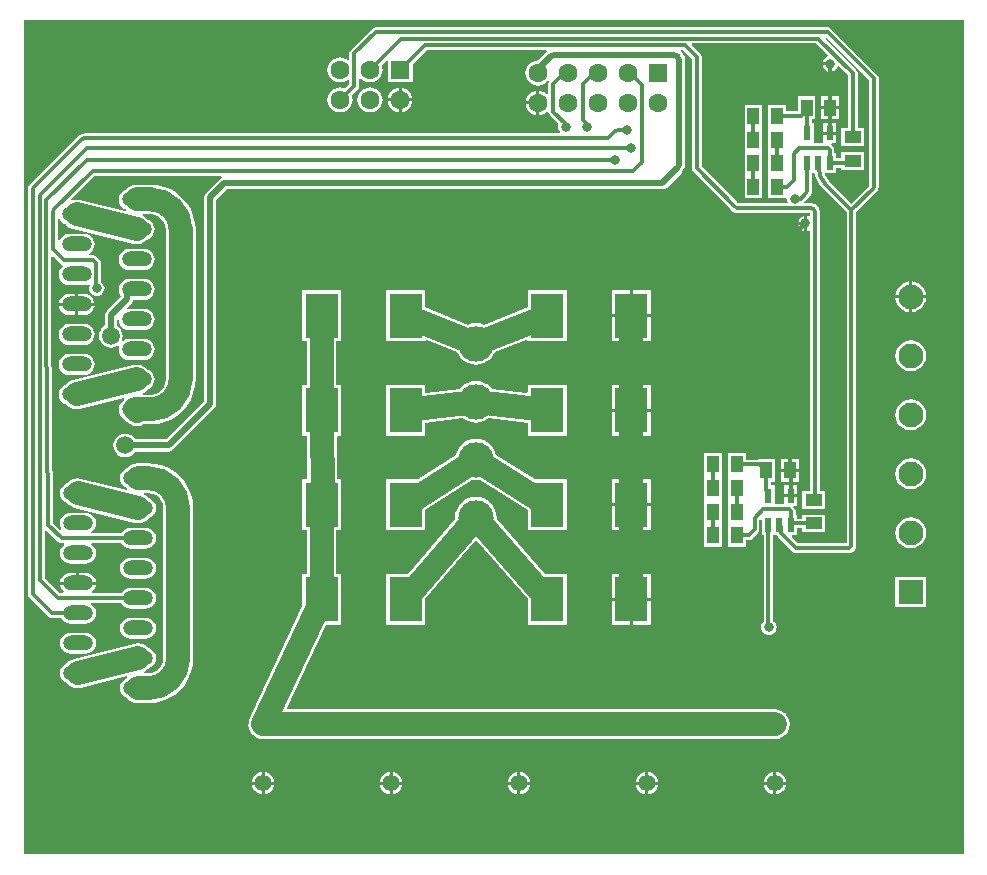
<source format=gbl>
G04*
G04 #@! TF.GenerationSoftware,Altium Limited,Altium Designer,20.0.13 (296)*
G04*
G04 Layer_Physical_Order=2*
G04 Layer_Color=16711680*
%FSLAX44Y44*%
%MOMM*%
G71*
G01*
G75*
%ADD15R,1.4000X1.0000*%
%ADD30C,2.0000*%
%ADD31C,0.3000*%
%ADD32C,0.5000*%
%ADD33O,2.5400X1.2700*%
%ADD34R,1.4000X1.4000*%
%ADD35C,1.4000*%
%ADD36C,1.6050*%
%ADD37R,1.6050X1.6050*%
%ADD38R,2.1000X2.1000*%
%ADD39C,2.1000*%
%ADD40C,0.8000*%
%ADD41C,1.5000*%
%ADD42C,3.0000*%
%ADD43C,4.0000*%
%ADD44R,2.7940X3.8100*%
%ADD45R,1.0000X1.4000*%
%ADD46R,0.5900X1.2100*%
G36*
X1050000Y254000D02*
X254000D01*
Y960000D01*
X1050000D01*
Y254000D01*
D02*
G37*
%LPC*%
G36*
X574070Y903089D02*
Y893870D01*
X583289D01*
X583093Y895358D01*
X582029Y897928D01*
X580335Y900135D01*
X578128Y901829D01*
X575558Y902893D01*
X574070Y903089D01*
D02*
G37*
G36*
X571530Y903089D02*
X570042Y902893D01*
X567472Y901829D01*
X565265Y900135D01*
X563572Y897928D01*
X562507Y895358D01*
X562311Y893870D01*
X571530D01*
Y903089D01*
D02*
G37*
G36*
X688330Y900489D02*
X686842Y900293D01*
X684272Y899229D01*
X682065Y897535D01*
X680371Y895328D01*
X679307Y892758D01*
X679111Y891270D01*
X688330D01*
Y900489D01*
D02*
G37*
G36*
X571530Y891330D02*
X562311D01*
X562507Y889842D01*
X563572Y887272D01*
X565265Y885065D01*
X567472Y883372D01*
X570042Y882307D01*
X571530Y882111D01*
Y891330D01*
D02*
G37*
G36*
X583289D02*
X574070D01*
Y882111D01*
X575558Y882307D01*
X578128Y883372D01*
X580335Y885065D01*
X582029Y887272D01*
X583093Y889842D01*
X583289Y891330D01*
D02*
G37*
G36*
X547400Y903256D02*
X544642Y902893D01*
X542072Y901829D01*
X539865Y900135D01*
X538172Y897928D01*
X537107Y895358D01*
X536744Y892600D01*
X537107Y889842D01*
X538172Y887272D01*
X539865Y885065D01*
X542072Y883372D01*
X544642Y882307D01*
X547400Y881944D01*
X550158Y882307D01*
X552728Y883372D01*
X554935Y885065D01*
X556628Y887272D01*
X557693Y889842D01*
X558056Y892600D01*
X557693Y895358D01*
X556628Y897928D01*
X554935Y900135D01*
X552728Y901829D01*
X550158Y902893D01*
X547400Y903256D01*
D02*
G37*
G36*
X688330Y888730D02*
X679111D01*
X679307Y887242D01*
X680371Y884672D01*
X682065Y882465D01*
X684272Y880771D01*
X686842Y879707D01*
X688330Y879511D01*
Y888730D01*
D02*
G37*
G36*
X914730Y794429D02*
X914293Y794372D01*
X912702Y793713D01*
X911336Y792664D01*
X910287Y791298D01*
X909628Y789707D01*
X909571Y789270D01*
X914730D01*
Y794429D01*
D02*
G37*
G36*
Y786730D02*
X909571D01*
X909628Y786293D01*
X910287Y784702D01*
X911336Y783336D01*
X912702Y782287D01*
X914293Y781628D01*
X914730Y781571D01*
Y786730D01*
D02*
G37*
G36*
X356150Y766467D02*
X343450D01*
X341129Y766161D01*
X338967Y765265D01*
X337110Y763840D01*
X335685Y761983D01*
X334789Y759821D01*
X334483Y757500D01*
X334789Y755179D01*
X335685Y753017D01*
X337110Y751160D01*
X338967Y749735D01*
X341129Y748839D01*
X343450Y748533D01*
X356150D01*
X358471Y748839D01*
X360633Y749735D01*
X362490Y751160D01*
X363915Y753017D01*
X364811Y755179D01*
X365117Y757500D01*
X364811Y759821D01*
X363915Y761983D01*
X362490Y763840D01*
X360633Y765265D01*
X358471Y766161D01*
X356150Y766467D01*
D02*
G37*
G36*
X1006270Y738985D02*
Y727270D01*
X1017985D01*
X1017704Y729404D01*
X1016390Y732576D01*
X1014300Y735300D01*
X1011576Y737390D01*
X1008404Y738704D01*
X1006270Y738985D01*
D02*
G37*
G36*
X1003730Y738985D02*
X1001596Y738704D01*
X998424Y737390D01*
X995700Y735300D01*
X993610Y732576D01*
X992296Y729404D01*
X992015Y727270D01*
X1003730D01*
Y738985D01*
D02*
G37*
G36*
X305350Y728367D02*
X300270D01*
Y720670D01*
X314149D01*
X314011Y721721D01*
X313115Y723883D01*
X311690Y725740D01*
X309833Y727165D01*
X307671Y728061D01*
X305350Y728367D01*
D02*
G37*
G36*
X297730D02*
X292650D01*
X290329Y728061D01*
X288167Y727165D01*
X286310Y725740D01*
X284885Y723883D01*
X283989Y721721D01*
X283850Y720670D01*
X297730D01*
Y728367D01*
D02*
G37*
G36*
X1003730Y724730D02*
X992015D01*
X992296Y722596D01*
X993610Y719424D01*
X995700Y716700D01*
X998424Y714610D01*
X1001596Y713296D01*
X1003730Y713015D01*
Y724730D01*
D02*
G37*
G36*
X1017985D02*
X1006270D01*
Y713015D01*
X1008404Y713296D01*
X1011576Y714610D01*
X1014300Y716700D01*
X1016390Y719424D01*
X1017704Y722596D01*
X1017985Y724730D01*
D02*
G37*
G36*
X785195Y731590D02*
X769955D01*
Y711270D01*
X785195D01*
Y731590D01*
D02*
G37*
G36*
X767415D02*
X752175D01*
Y711270D01*
X767415D01*
Y731590D01*
D02*
G37*
G36*
X314149Y718130D02*
X300270D01*
Y710433D01*
X305350D01*
X307671Y710739D01*
X309833Y711635D01*
X311690Y713060D01*
X313115Y714917D01*
X314011Y717079D01*
X314149Y718130D01*
D02*
G37*
G36*
X297730D02*
X283850D01*
X283989Y717079D01*
X284885Y714917D01*
X286310Y713060D01*
X288167Y711635D01*
X290329Y710739D01*
X292650Y710433D01*
X297730D01*
Y718130D01*
D02*
G37*
G36*
X713825Y731590D02*
X680805D01*
Y717043D01*
X643726Y702289D01*
X640438Y703286D01*
X637000Y703625D01*
X633562Y703286D01*
X630383Y702322D01*
X594195Y716964D01*
Y731590D01*
X561175D01*
Y688410D01*
X594195D01*
Y688539D01*
X595248Y689249D01*
X620929Y678858D01*
X622346Y676208D01*
X624537Y673537D01*
X627208Y671346D01*
X630255Y669717D01*
X633562Y668714D01*
X637000Y668375D01*
X640438Y668714D01*
X643745Y669717D01*
X646792Y671346D01*
X649463Y673537D01*
X651655Y676208D01*
X653019Y678762D01*
X679754Y689399D01*
X680805Y688687D01*
Y688410D01*
X713825D01*
Y731590D01*
D02*
G37*
G36*
X356150Y741067D02*
X343450D01*
X341129Y740761D01*
X338967Y739865D01*
X337110Y738440D01*
X335685Y736583D01*
X334789Y734421D01*
X334483Y732100D01*
X334789Y729779D01*
X335685Y727617D01*
X336711Y726279D01*
X324366Y713934D01*
X323252Y712266D01*
X322861Y710300D01*
Y701712D01*
X320839Y700161D01*
X319230Y698063D01*
X318218Y695621D01*
X317873Y693000D01*
X318218Y690379D01*
X319230Y687937D01*
X320839Y685839D01*
X322937Y684230D01*
X325379Y683218D01*
X328000Y682873D01*
X330621Y683218D01*
X333063Y684230D01*
X333948Y684909D01*
X334991Y684108D01*
X334789Y683621D01*
X334483Y681300D01*
X334789Y678979D01*
X335685Y676817D01*
X337110Y674960D01*
X338967Y673535D01*
X341129Y672639D01*
X343450Y672333D01*
X356150D01*
X358471Y672639D01*
X360633Y673535D01*
X362490Y674960D01*
X363915Y676817D01*
X364811Y678979D01*
X365117Y681300D01*
X364811Y683621D01*
X363915Y685783D01*
X362490Y687640D01*
X360633Y689065D01*
X358471Y689961D01*
X356150Y690267D01*
X343450D01*
X341129Y689961D01*
X338967Y689065D01*
X338447Y688667D01*
X337404Y689467D01*
X337782Y690379D01*
X338127Y693000D01*
X337782Y695621D01*
X336770Y698063D01*
X335161Y700161D01*
X333139Y701712D01*
Y707198D01*
X333279Y707285D01*
X334064Y706904D01*
X334503Y706551D01*
X334789Y704379D01*
X335685Y702217D01*
X337110Y700360D01*
X338967Y698935D01*
X341129Y698039D01*
X343450Y697733D01*
X356150D01*
X358471Y698039D01*
X360633Y698935D01*
X362490Y700360D01*
X363915Y702217D01*
X364811Y704379D01*
X365117Y706700D01*
X364811Y709021D01*
X363915Y711183D01*
X362490Y713040D01*
X360633Y714465D01*
X358471Y715361D01*
X356150Y715667D01*
X343450D01*
X342275Y715512D01*
X341682Y716715D01*
X345610Y720643D01*
X346724Y722310D01*
X346888Y723133D01*
X356150D01*
X358471Y723439D01*
X360633Y724335D01*
X362490Y725760D01*
X363915Y727617D01*
X364811Y729779D01*
X365117Y732100D01*
X364811Y734421D01*
X363915Y736583D01*
X362490Y738440D01*
X360633Y739865D01*
X358471Y740761D01*
X356150Y741067D01*
D02*
G37*
G36*
X785195Y708730D02*
X769955D01*
Y688410D01*
X785195D01*
Y708730D01*
D02*
G37*
G36*
X767415D02*
X752175D01*
Y688410D01*
X767415D01*
Y708730D01*
D02*
G37*
G36*
X305350Y702967D02*
X292650D01*
X290329Y702661D01*
X288167Y701765D01*
X286310Y700340D01*
X284885Y698483D01*
X283989Y696321D01*
X283683Y694000D01*
X283989Y691679D01*
X284885Y689517D01*
X286310Y687660D01*
X288167Y686235D01*
X290329Y685339D01*
X292650Y685033D01*
X305350D01*
X307671Y685339D01*
X309833Y686235D01*
X311690Y687660D01*
X313115Y689517D01*
X314011Y691679D01*
X314317Y694000D01*
X314011Y696321D01*
X313115Y698483D01*
X311690Y700340D01*
X309833Y701765D01*
X307671Y702661D01*
X305350Y702967D01*
D02*
G37*
G36*
X1005000Y689153D02*
X1001596Y688704D01*
X998424Y687390D01*
X995700Y685300D01*
X993610Y682576D01*
X992296Y679404D01*
X991848Y676000D01*
X992296Y672596D01*
X993610Y669424D01*
X995700Y666700D01*
X998424Y664610D01*
X1001596Y663296D01*
X1005000Y662848D01*
X1008404Y663296D01*
X1011576Y664610D01*
X1014300Y666700D01*
X1016390Y669424D01*
X1017704Y672596D01*
X1018152Y676000D01*
X1017704Y679404D01*
X1016390Y682576D01*
X1014300Y685300D01*
X1011576Y687390D01*
X1008404Y688704D01*
X1005000Y689153D01*
D02*
G37*
G36*
X305350Y677567D02*
X292650D01*
X290329Y677261D01*
X288167Y676365D01*
X286310Y674940D01*
X284885Y673083D01*
X283989Y670921D01*
X283683Y668600D01*
X283989Y666279D01*
X284885Y664117D01*
X286310Y662260D01*
X288167Y660835D01*
X290329Y659939D01*
X292650Y659633D01*
X305350D01*
X307671Y659939D01*
X309833Y660835D01*
X311690Y662260D01*
X313115Y664117D01*
X314011Y666279D01*
X314317Y668600D01*
X314011Y670921D01*
X313115Y673083D01*
X311690Y674940D01*
X309833Y676365D01*
X307671Y677261D01*
X305350Y677567D01*
D02*
G37*
G36*
X637000Y654625D02*
X633562Y654286D01*
X630255Y653283D01*
X627208Y651655D01*
X624537Y649463D01*
X623449Y648137D01*
X595144Y644796D01*
X594195Y645640D01*
Y651590D01*
X561175D01*
Y608410D01*
X594195D01*
Y619212D01*
X626395Y623013D01*
X627208Y622346D01*
X630255Y620717D01*
X633562Y619714D01*
X637000Y619375D01*
X640438Y619714D01*
X643745Y620717D01*
X646792Y622346D01*
X647630Y623033D01*
X680805Y619183D01*
Y608410D01*
X713825D01*
Y651590D01*
X680805D01*
Y645604D01*
X679857Y644759D01*
X650529Y648163D01*
X649463Y649463D01*
X646792Y651655D01*
X643745Y653283D01*
X640438Y654286D01*
X637000Y654625D01*
D02*
G37*
G36*
X785195Y651590D02*
X769955D01*
Y631270D01*
X785195D01*
Y651590D01*
D02*
G37*
G36*
X767415D02*
X752175D01*
Y631270D01*
X767415D01*
Y651590D01*
D02*
G37*
G36*
X1005000Y639152D02*
X1001596Y638704D01*
X998424Y637390D01*
X995700Y635300D01*
X993610Y632576D01*
X992296Y629404D01*
X991848Y626000D01*
X992296Y622596D01*
X993610Y619424D01*
X995700Y616700D01*
X998424Y614610D01*
X1001596Y613296D01*
X1005000Y612848D01*
X1008404Y613296D01*
X1011576Y614610D01*
X1014300Y616700D01*
X1016390Y619424D01*
X1017704Y622596D01*
X1018152Y626000D01*
X1017704Y629404D01*
X1016390Y632576D01*
X1014300Y635300D01*
X1011576Y637390D01*
X1008404Y638704D01*
X1005000Y639152D01*
D02*
G37*
G36*
X785195Y628730D02*
X769955D01*
Y608410D01*
X785195D01*
Y628730D01*
D02*
G37*
G36*
X767415D02*
X752175D01*
Y608410D01*
X767415D01*
Y628730D01*
D02*
G37*
G36*
X910540Y588540D02*
X904270D01*
Y580270D01*
X910540D01*
Y588540D01*
D02*
G37*
G36*
X901730D02*
X895460D01*
Y580270D01*
X901730D01*
Y588540D01*
D02*
G37*
G36*
X910540Y577730D02*
X904270D01*
Y569460D01*
X910540D01*
Y577730D01*
D02*
G37*
G36*
X901730D02*
X895460D01*
Y569460D01*
X901730D01*
Y577730D01*
D02*
G37*
G36*
X1005000Y589152D02*
X1001596Y588704D01*
X998424Y587390D01*
X995700Y585300D01*
X993610Y582576D01*
X992296Y579404D01*
X991848Y576000D01*
X992296Y572596D01*
X993610Y569424D01*
X995700Y566700D01*
X998424Y564610D01*
X1001596Y563296D01*
X1005000Y562848D01*
X1008404Y563296D01*
X1011576Y564610D01*
X1014300Y566700D01*
X1016390Y569424D01*
X1017704Y572596D01*
X1018152Y576000D01*
X1017704Y579404D01*
X1016390Y582576D01*
X1014300Y585300D01*
X1011576Y587390D01*
X1008404Y588704D01*
X1005000Y589152D01*
D02*
G37*
G36*
X359600Y584957D02*
Y584948D01*
X350800D01*
X347526Y584517D01*
X344476Y583254D01*
X341856Y581244D01*
X341412Y580664D01*
X339967Y580065D01*
X338110Y578640D01*
X336685Y576783D01*
X335789Y574621D01*
X335483Y572300D01*
X335789Y569979D01*
X336685Y567817D01*
X338110Y565960D01*
X339967Y564535D01*
X341412Y563936D01*
X341737Y563512D01*
X341331Y562305D01*
X303068Y571870D01*
X299787Y572246D01*
X296521Y571760D01*
X293493Y570446D01*
X290907Y568392D01*
X290581Y567951D01*
X289167Y567365D01*
X287310Y565940D01*
X285885Y564083D01*
X284989Y561921D01*
X284683Y559600D01*
X284989Y557279D01*
X285885Y555117D01*
X287310Y553260D01*
X289167Y551835D01*
X290638Y551225D01*
X291208Y550507D01*
X293861Y548541D01*
X296932Y547329D01*
X347732Y534629D01*
X351013Y534254D01*
X354279Y534739D01*
X357308Y536054D01*
X359893Y538108D01*
X360219Y538549D01*
X361633Y539135D01*
X363490Y540560D01*
X364915Y542417D01*
X365811Y544579D01*
X366117Y546900D01*
X365811Y549221D01*
X364915Y551383D01*
X363490Y553240D01*
X361633Y554665D01*
X360162Y555275D01*
X359592Y555993D01*
X356939Y557958D01*
X355866Y558382D01*
X356108Y559652D01*
X359600D01*
X359946Y559697D01*
X362924Y559305D01*
X366021Y558022D01*
X368681Y555981D01*
X370722Y553321D01*
X372005Y550224D01*
X372397Y547246D01*
X372352Y546900D01*
Y419900D01*
X372397Y419554D01*
X372005Y416576D01*
X370722Y413479D01*
X368681Y410819D01*
X366021Y408778D01*
X362924Y407495D01*
X359946Y407103D01*
X359600Y407148D01*
X356108D01*
X355866Y408418D01*
X356939Y408842D01*
X359592Y410807D01*
X360162Y411525D01*
X361633Y412135D01*
X363490Y413559D01*
X364915Y415417D01*
X365811Y417579D01*
X366117Y419900D01*
X365811Y422221D01*
X364915Y424383D01*
X363490Y426240D01*
X361633Y427665D01*
X360219Y428251D01*
X359893Y428692D01*
X357308Y430746D01*
X354279Y432060D01*
X351013Y432546D01*
X347732Y432170D01*
X296932Y419470D01*
X293861Y418258D01*
X291208Y416293D01*
X290638Y415575D01*
X289167Y414965D01*
X287310Y413540D01*
X285885Y411683D01*
X284989Y409521D01*
X284683Y407200D01*
X284989Y404879D01*
X285885Y402717D01*
X287310Y400859D01*
X289167Y399435D01*
X290581Y398849D01*
X290907Y398408D01*
X293493Y396354D01*
X296521Y395039D01*
X299787Y394554D01*
X303068Y394929D01*
X341331Y404495D01*
X341737Y403288D01*
X341412Y402864D01*
X339967Y402265D01*
X338110Y400840D01*
X336685Y398983D01*
X335789Y396821D01*
X335483Y394500D01*
X335789Y392179D01*
X336685Y390017D01*
X338110Y388159D01*
X339967Y386735D01*
X341412Y386136D01*
X341856Y385556D01*
X344476Y383546D01*
X347526Y382283D01*
X350800Y381852D01*
X359600D01*
Y381843D01*
X365554Y382311D01*
X371360Y383705D01*
X376878Y385991D01*
X381969Y389111D01*
X386511Y392989D01*
X390389Y397530D01*
X393509Y402622D01*
X395795Y408140D01*
X397189Y413946D01*
X397657Y419900D01*
X397648D01*
Y546900D01*
X397657D01*
X397189Y552854D01*
X395795Y558660D01*
X393509Y564178D01*
X390389Y569269D01*
X386511Y573811D01*
X381969Y577689D01*
X376878Y580809D01*
X371360Y583095D01*
X365554Y584489D01*
X359600Y584957D01*
D02*
G37*
G36*
X908990Y566140D02*
X904770D01*
Y558820D01*
X908990D01*
Y566140D01*
D02*
G37*
G36*
X902230D02*
X898010D01*
Y558820D01*
X902230D01*
Y566140D01*
D02*
G37*
G36*
X785195Y571590D02*
X769955D01*
Y551270D01*
X785195D01*
Y571590D01*
D02*
G37*
G36*
X767415D02*
X752175D01*
Y551270D01*
X767415D01*
Y571590D01*
D02*
G37*
G36*
X785195Y548730D02*
X769955D01*
Y528410D01*
X785195D01*
Y548730D01*
D02*
G37*
G36*
X767415D02*
X752175D01*
Y528410D01*
X767415D01*
Y548730D01*
D02*
G37*
G36*
X637000Y605625D02*
X633562Y605286D01*
X630255Y604283D01*
X627208Y602654D01*
X624537Y600463D01*
X622346Y597792D01*
X620717Y594745D01*
X619905Y592070D01*
X587938Y571590D01*
X561175D01*
Y528410D01*
X594195D01*
Y545556D01*
X633496Y570734D01*
X633562Y570714D01*
X637000Y570375D01*
X640438Y570714D01*
X640621Y570769D01*
X680805Y545453D01*
Y528410D01*
X713825D01*
Y571590D01*
X686774D01*
X654054Y592205D01*
X653283Y594745D01*
X651655Y597792D01*
X649463Y600463D01*
X646792Y602654D01*
X643745Y604283D01*
X640438Y605286D01*
X637000Y605625D01*
D02*
G37*
G36*
X934920Y954199D02*
X552080D01*
X550504Y953886D01*
X549167Y952993D01*
X531152Y934978D01*
X530259Y933641D01*
X529946Y932065D01*
Y926821D01*
X528676Y926194D01*
X527328Y927228D01*
X524758Y928293D01*
X522000Y928656D01*
X519242Y928293D01*
X516672Y927228D01*
X514465Y925535D01*
X512771Y923328D01*
X511707Y920758D01*
X511344Y918000D01*
X511707Y915242D01*
X512771Y912672D01*
X514465Y910465D01*
X516672Y908772D01*
X519242Y907707D01*
X522000Y907344D01*
X524758Y907707D01*
X527328Y908772D01*
X528676Y909806D01*
X529946Y909179D01*
Y906371D01*
X525967Y902392D01*
X524758Y902893D01*
X522000Y903256D01*
X519242Y902893D01*
X516672Y901829D01*
X514465Y900135D01*
X512771Y897928D01*
X511707Y895358D01*
X511344Y892600D01*
X511707Y889842D01*
X512771Y887272D01*
X514465Y885065D01*
X516672Y883372D01*
X519242Y882307D01*
X522000Y881944D01*
X524758Y882307D01*
X527328Y883372D01*
X529535Y885065D01*
X531228Y887272D01*
X532293Y889842D01*
X532656Y892600D01*
X532293Y895358D01*
X531792Y896567D01*
X536978Y901752D01*
X537871Y903089D01*
X538184Y904665D01*
Y910680D01*
X539387Y911088D01*
X539865Y910465D01*
X542072Y908772D01*
X544642Y907707D01*
X547400Y907344D01*
X550158Y907707D01*
X552728Y908772D01*
X554935Y910465D01*
X556628Y912672D01*
X557693Y915242D01*
X558056Y918000D01*
X557693Y920758D01*
X557192Y921967D01*
X561062Y925836D01*
X562235Y925350D01*
Y907435D01*
X583365D01*
Y922740D01*
X595506Y934881D01*
X696230D01*
X697046Y933611D01*
X696902Y933169D01*
X696902Y933169D01*
X689767Y926034D01*
X689600Y926056D01*
X686842Y925693D01*
X684272Y924629D01*
X682065Y922935D01*
X680371Y920728D01*
X679307Y918158D01*
X678944Y915400D01*
X679307Y912642D01*
X680371Y910072D01*
X682065Y907865D01*
X684272Y906171D01*
X686842Y905107D01*
X689600Y904744D01*
X692358Y905107D01*
X694928Y906171D01*
X697135Y907865D01*
X697378Y908182D01*
X698572Y908449D01*
X698967Y908166D01*
X698959Y908155D01*
X698529Y907511D01*
X698216Y905935D01*
Y898010D01*
X696946Y897680D01*
X694928Y899229D01*
X692358Y900293D01*
X690870Y900489D01*
Y890000D01*
Y879511D01*
X692358Y879707D01*
X694928Y880771D01*
X696984Y882349D01*
X697646Y882256D01*
X698354Y881968D01*
X698529Y881089D01*
X699422Y879752D01*
X706874Y872301D01*
X706628Y871707D01*
X706404Y870000D01*
X706628Y868293D01*
X707287Y866702D01*
X708233Y865469D01*
X708114Y864919D01*
X707730Y864199D01*
X305323D01*
X305049Y864145D01*
X303485Y863939D01*
X301772Y863229D01*
X300520Y862269D01*
X300289Y862114D01*
X300289D01*
X300289Y862114D01*
X259961Y821787D01*
X259961D01*
X259961Y821787D01*
X259806Y821555D01*
X258846Y820303D01*
X258137Y818590D01*
X257940Y817101D01*
X257876Y816786D01*
X257831Y807215D01*
X257826Y806033D01*
X257826D01*
X257817Y805947D01*
X257826D01*
X257826Y804763D01*
X257826Y536052D01*
X257822Y534782D01*
X257824Y534770D01*
X257826D01*
X257827Y533512D01*
X257834Y527995D01*
X257881Y527762D01*
Y474000D01*
X258194Y472424D01*
X259087Y471087D01*
X275087Y455087D01*
X276424Y454194D01*
X278000Y453881D01*
X285734D01*
X285885Y453517D01*
X287310Y451660D01*
X289167Y450235D01*
X291329Y449339D01*
X293650Y449033D01*
X306350D01*
X308671Y449339D01*
X310833Y450235D01*
X312690Y451660D01*
X314115Y453517D01*
X315011Y455679D01*
X315317Y458000D01*
X315011Y460321D01*
X314115Y462483D01*
X312690Y464340D01*
X311035Y465611D01*
X311138Y466391D01*
X311377Y466881D01*
X336409D01*
X336685Y466217D01*
X338110Y464360D01*
X339967Y462935D01*
X342129Y462039D01*
X344450Y461733D01*
X357150D01*
X359471Y462039D01*
X361633Y462935D01*
X363490Y464360D01*
X364915Y466217D01*
X365811Y468379D01*
X366117Y470700D01*
X365811Y473021D01*
X364915Y475183D01*
X363490Y477040D01*
X361633Y478465D01*
X359471Y479361D01*
X357150Y479667D01*
X344450D01*
X342129Y479361D01*
X339967Y478465D01*
X338110Y477040D01*
X336685Y475183D01*
X336658Y475119D01*
X312248D01*
X311817Y476389D01*
X312690Y477060D01*
X314115Y478917D01*
X315011Y481079D01*
X315149Y482130D01*
X300000D01*
X284851D01*
X284989Y481079D01*
X285885Y478917D01*
X287310Y477060D01*
X288183Y476389D01*
X287752Y475119D01*
X285133D01*
X278449Y481803D01*
X272039Y488213D01*
Y528275D01*
X273309Y528801D01*
X283523Y518587D01*
X284859Y517694D01*
X286435Y517381D01*
X288143D01*
X288574Y516111D01*
X287310Y515140D01*
X285885Y513283D01*
X284989Y511121D01*
X284683Y508800D01*
X284989Y506479D01*
X285885Y504317D01*
X287310Y502459D01*
X289167Y501035D01*
X291329Y500139D01*
X293650Y499833D01*
X306350D01*
X308671Y500139D01*
X310833Y501035D01*
X312690Y502459D01*
X314115Y504317D01*
X315011Y506479D01*
X315317Y508800D01*
X315011Y511121D01*
X314115Y513283D01*
X312690Y515140D01*
X311426Y516111D01*
X311857Y517381D01*
X336534D01*
X336685Y517017D01*
X338110Y515159D01*
X339967Y513735D01*
X342129Y512839D01*
X344450Y512533D01*
X357150D01*
X359471Y512839D01*
X361633Y513735D01*
X363490Y515159D01*
X364915Y517017D01*
X365811Y519179D01*
X366117Y521500D01*
X365811Y523821D01*
X364915Y525983D01*
X363490Y527840D01*
X361633Y529265D01*
X359471Y530161D01*
X357150Y530467D01*
X344450D01*
X342129Y530161D01*
X339967Y529265D01*
X338110Y527840D01*
X336685Y525983D01*
X336534Y525619D01*
X311857D01*
X311426Y526889D01*
X312690Y527859D01*
X314115Y529717D01*
X315011Y531879D01*
X315317Y534200D01*
X315011Y536521D01*
X314115Y538683D01*
X312690Y540540D01*
X310833Y541965D01*
X308671Y542861D01*
X306350Y543167D01*
X293650D01*
X291329Y542861D01*
X289167Y541965D01*
X287310Y540540D01*
X285885Y538683D01*
X284989Y536521D01*
X284683Y534200D01*
X284989Y531879D01*
X285885Y529717D01*
X286031Y529525D01*
X285075Y528686D01*
X279181Y534580D01*
X277579Y711480D01*
Y759936D01*
X278752Y760422D01*
X285087Y754087D01*
X286424Y753194D01*
X286802Y753119D01*
X287119Y751761D01*
X286310Y751140D01*
X284885Y749283D01*
X283989Y747121D01*
X283683Y744800D01*
X283989Y742479D01*
X284885Y740317D01*
X286310Y738460D01*
X288167Y737035D01*
X290329Y736139D01*
X292650Y735833D01*
X305350D01*
X307671Y736139D01*
X309090Y736727D01*
X310062Y735755D01*
X309628Y734707D01*
X309404Y733000D01*
X309628Y731293D01*
X310287Y729702D01*
X311336Y728336D01*
X312702Y727287D01*
X314293Y726628D01*
X316000Y726404D01*
X317707Y726628D01*
X319298Y727287D01*
X320664Y728336D01*
X321713Y729702D01*
X322372Y731293D01*
X322596Y733000D01*
X322372Y734707D01*
X321713Y736298D01*
X320664Y737664D01*
X319859Y738282D01*
Y754260D01*
X319546Y755836D01*
X318653Y757173D01*
X315913Y759913D01*
X314576Y760806D01*
X313000Y761119D01*
X309976D01*
X309724Y762389D01*
X309833Y762435D01*
X311690Y763860D01*
X313115Y765717D01*
X314011Y767879D01*
X314317Y770200D01*
X314011Y772521D01*
X313115Y774683D01*
X311690Y776540D01*
X309833Y777965D01*
X307671Y778861D01*
X305350Y779167D01*
X292650D01*
X290329Y778861D01*
X288167Y777965D01*
X286310Y776540D01*
X284885Y774683D01*
X284389Y773487D01*
X283119Y773740D01*
Y792060D01*
X284389Y792313D01*
X284885Y791117D01*
X286310Y789260D01*
X288167Y787835D01*
X289638Y787225D01*
X290208Y786507D01*
X292861Y784541D01*
X295932Y783329D01*
X346732Y770629D01*
X350013Y770254D01*
X353279Y770740D01*
X356307Y772054D01*
X358893Y774108D01*
X359220Y774549D01*
X360633Y775135D01*
X362490Y776560D01*
X363915Y778417D01*
X364811Y780579D01*
X365117Y782900D01*
X364811Y785221D01*
X363915Y787383D01*
X362490Y789240D01*
X360633Y790665D01*
X359162Y791275D01*
X358592Y791993D01*
X355939Y793959D01*
X354866Y794382D01*
X355108Y795652D01*
X361600D01*
X361946Y795697D01*
X364924Y795305D01*
X368021Y794022D01*
X370681Y791981D01*
X372722Y789321D01*
X374005Y786224D01*
X374397Y783246D01*
X374352Y782900D01*
Y655900D01*
X374397Y655554D01*
X374005Y652576D01*
X372722Y649479D01*
X370681Y646819D01*
X368021Y644778D01*
X364924Y643495D01*
X361946Y643103D01*
X361600Y643148D01*
X355108D01*
X354866Y644418D01*
X355939Y644842D01*
X358592Y646807D01*
X359162Y647525D01*
X360633Y648135D01*
X362490Y649560D01*
X363915Y651417D01*
X364811Y653579D01*
X365117Y655900D01*
X364811Y658221D01*
X363915Y660383D01*
X362490Y662240D01*
X360633Y663665D01*
X359220Y664251D01*
X358893Y664692D01*
X356307Y666746D01*
X353279Y668060D01*
X350013Y668546D01*
X346732Y668170D01*
X295932Y655471D01*
X292861Y654258D01*
X290208Y652293D01*
X289638Y651575D01*
X288167Y650965D01*
X286310Y649540D01*
X284885Y647683D01*
X283989Y645521D01*
X283683Y643200D01*
X283989Y640879D01*
X284885Y638717D01*
X286310Y636860D01*
X288167Y635435D01*
X289580Y634849D01*
X289907Y634408D01*
X292493Y632354D01*
X295521Y631040D01*
X298787Y630554D01*
X302068Y630929D01*
X338761Y640103D01*
X339499Y638978D01*
X338932Y638238D01*
X337110Y636840D01*
X335685Y634983D01*
X334789Y632821D01*
X334483Y630500D01*
X334789Y628179D01*
X335685Y626017D01*
X337110Y624160D01*
X338932Y622761D01*
X339856Y621556D01*
X341356Y620056D01*
X343976Y618046D01*
X347026Y616783D01*
X350300Y616352D01*
X353574Y616783D01*
X356154Y617852D01*
X361600D01*
Y617843D01*
X367553Y618311D01*
X373360Y619705D01*
X378878Y621991D01*
X383969Y625111D01*
X388511Y628989D01*
X392389Y633531D01*
X395509Y638622D01*
X397795Y644140D01*
X399189Y649947D01*
X399657Y655900D01*
X399648D01*
Y782900D01*
X399657D01*
X399189Y788854D01*
X397795Y794660D01*
X395509Y800178D01*
X392389Y805269D01*
X388511Y809811D01*
X383969Y813689D01*
X378878Y816809D01*
X373360Y819095D01*
X367553Y820489D01*
X361600Y820957D01*
Y820948D01*
X349800D01*
X346526Y820517D01*
X343476Y819254D01*
X340856Y817244D01*
X340411Y816664D01*
X338967Y816065D01*
X337110Y814640D01*
X335685Y812783D01*
X334789Y810621D01*
X334483Y808300D01*
X334789Y805979D01*
X335685Y803817D01*
X337110Y801960D01*
X338967Y800535D01*
X340411Y799936D01*
X340737Y799512D01*
X340331Y798305D01*
X302068Y807870D01*
X298787Y808246D01*
X295521Y807760D01*
X295275Y807653D01*
X294548Y808722D01*
X313706Y827881D01*
X421618D01*
X421748Y827525D01*
X421829Y826611D01*
X420366Y825634D01*
X408366Y813634D01*
X407252Y811966D01*
X406861Y810000D01*
Y637128D01*
X374871Y605139D01*
X348712D01*
X347161Y607161D01*
X345063Y608770D01*
X342621Y609782D01*
X340000Y610127D01*
X337379Y609782D01*
X334937Y608770D01*
X332839Y607161D01*
X331230Y605063D01*
X330218Y602621D01*
X329873Y600000D01*
X330218Y597379D01*
X331230Y594937D01*
X332839Y592839D01*
X334937Y591230D01*
X337379Y590218D01*
X340000Y589873D01*
X342621Y590218D01*
X345063Y591230D01*
X347161Y592839D01*
X348712Y594861D01*
X377000D01*
X378966Y595252D01*
X380634Y596366D01*
X415634Y631366D01*
X416748Y633033D01*
X417139Y635000D01*
Y807871D01*
X426129Y816861D01*
X795000D01*
X796966Y817252D01*
X798634Y818366D01*
X811169Y830902D01*
X811169Y830902D01*
Y830902D01*
X811271Y831054D01*
X812770Y833008D01*
X813782Y835450D01*
X814109Y837939D01*
X814139Y838087D01*
Y926000D01*
X814103Y926180D01*
X813782Y928621D01*
X812770Y931063D01*
X811161Y933161D01*
X810574Y933611D01*
X811005Y934881D01*
X812294D01*
X819881Y927294D01*
Y834577D01*
X820194Y833001D01*
X821087Y831665D01*
X852006Y800745D01*
X852145Y800410D01*
X853274Y798939D01*
X854745Y797811D01*
X856457Y797101D01*
X858022Y796895D01*
X858295Y796841D01*
X910330D01*
X910531Y796881D01*
X919921D01*
Y794749D01*
X918651Y793981D01*
X917707Y794372D01*
X917270Y794429D01*
Y788000D01*
Y781571D01*
X917707Y781628D01*
X918651Y782019D01*
X919921Y781251D01*
Y561540D01*
X913460D01*
Y546460D01*
X932540D01*
Y561540D01*
X928159D01*
Y798000D01*
X928105Y798273D01*
X927899Y799838D01*
X927189Y801550D01*
X926061Y803021D01*
X924590Y804149D01*
X922878Y804859D01*
X921313Y805065D01*
X921040Y805119D01*
X915539D01*
X915477Y805198D01*
X915077Y806389D01*
X918929Y810241D01*
X918965Y810295D01*
X919521Y810722D01*
X920649Y812192D01*
X921359Y813905D01*
X921565Y815469D01*
X921619Y815743D01*
Y830860D01*
X923360D01*
X924806Y826091D01*
X927199Y821615D01*
X930410Y817702D01*
X930440Y817732D01*
X930443Y817731D01*
X950881Y797294D01*
Y517119D01*
X909943D01*
X904375Y522687D01*
X904861Y523860D01*
X908990D01*
Y529881D01*
X913460D01*
Y526460D01*
X932540D01*
Y541540D01*
X913460D01*
Y538119D01*
X908990D01*
Y541040D01*
X907619D01*
Y544243D01*
X907306Y545819D01*
X906413Y547155D01*
X905878Y547690D01*
X906404Y548960D01*
X908990D01*
Y556280D01*
X903500D01*
X898010D01*
Y550119D01*
X889990D01*
Y566140D01*
X887119D01*
Y569460D01*
X890540D01*
Y588540D01*
X875460D01*
Y588119D01*
X865540D01*
Y593540D01*
X850460D01*
Y574810D01*
X850460Y574460D01*
Y573540D01*
X850460Y573190D01*
Y554460D01*
X850460D01*
Y553540D01*
X850460D01*
Y534810D01*
X850460Y534460D01*
Y533540D01*
X850460Y533190D01*
Y514460D01*
X865540D01*
Y519881D01*
X868000D01*
X869576Y520194D01*
X870913Y521087D01*
X875913Y526087D01*
X876806Y527424D01*
X877119Y529000D01*
Y537070D01*
X877763Y537580D01*
X879010Y537025D01*
Y523860D01*
X880631D01*
Y450891D01*
X880336Y450664D01*
X879287Y449298D01*
X878628Y447707D01*
X878404Y446000D01*
X878628Y444293D01*
X879287Y442702D01*
X880336Y441336D01*
X881702Y440287D01*
X883293Y439628D01*
X885000Y439404D01*
X886707Y439628D01*
X888298Y440287D01*
X889664Y441336D01*
X890713Y442702D01*
X891372Y444293D01*
X891596Y446000D01*
X891372Y447707D01*
X890713Y449298D01*
X889664Y450664D01*
X888869Y451275D01*
Y523860D01*
X891879D01*
X892537Y522874D01*
X905324Y510087D01*
X906660Y509194D01*
X908237Y508881D01*
X953243D01*
X954819Y509194D01*
X956155Y510087D01*
X957913Y511845D01*
X958806Y513181D01*
X959119Y514757D01*
Y797294D01*
X976031Y814206D01*
X976181Y814430D01*
X977150Y815692D01*
X977859Y817405D01*
X978065Y818970D01*
X978119Y819243D01*
X978119D01*
X978119Y819243D01*
Y911000D01*
X977806Y912576D01*
X976913Y913913D01*
X937833Y952993D01*
X936496Y953886D01*
X934920Y954199D01*
D02*
G37*
G36*
X845540Y593540D02*
X830460D01*
Y574460D01*
X830460D01*
Y573540D01*
X830460D01*
Y554810D01*
X830460Y554460D01*
Y553540D01*
X830460Y553190D01*
Y534460D01*
X830460D01*
Y533540D01*
X830460D01*
Y514460D01*
X845540D01*
Y533540D01*
X845540D01*
Y534460D01*
X845540D01*
Y553190D01*
X845540Y553540D01*
Y554460D01*
X845540Y554810D01*
Y573540D01*
X845540D01*
Y574460D01*
X845540D01*
Y593540D01*
D02*
G37*
G36*
X1005000Y539152D02*
X1001596Y538704D01*
X998424Y537390D01*
X995700Y535300D01*
X993610Y532576D01*
X992296Y529404D01*
X991848Y526000D01*
X992296Y522596D01*
X993610Y519424D01*
X995700Y516700D01*
X998424Y514610D01*
X1001596Y513296D01*
X1005000Y512848D01*
X1008404Y513296D01*
X1011576Y514610D01*
X1014300Y516700D01*
X1016390Y519424D01*
X1017704Y522596D01*
X1018152Y526000D01*
X1017704Y529404D01*
X1016390Y532576D01*
X1014300Y535300D01*
X1011576Y537390D01*
X1008404Y538704D01*
X1005000Y539152D01*
D02*
G37*
G36*
X357150Y505067D02*
X344450D01*
X342129Y504761D01*
X339967Y503865D01*
X338110Y502440D01*
X336685Y500583D01*
X335789Y498421D01*
X335483Y496100D01*
X335789Y493779D01*
X336685Y491617D01*
X338110Y489759D01*
X339967Y488335D01*
X342129Y487439D01*
X344450Y487133D01*
X357150D01*
X359471Y487439D01*
X361633Y488335D01*
X363490Y489759D01*
X364915Y491617D01*
X365811Y493779D01*
X366117Y496100D01*
X365811Y498421D01*
X364915Y500583D01*
X363490Y502440D01*
X361633Y503865D01*
X359471Y504761D01*
X357150Y505067D01*
D02*
G37*
G36*
X306350Y492367D02*
X301270D01*
Y484670D01*
X315149D01*
X315011Y485721D01*
X314115Y487883D01*
X312690Y489740D01*
X310833Y491165D01*
X308671Y492061D01*
X306350Y492367D01*
D02*
G37*
G36*
X298730D02*
X293650D01*
X291329Y492061D01*
X289167Y491165D01*
X287310Y489740D01*
X285885Y487883D01*
X284989Y485721D01*
X284851Y484670D01*
X298730D01*
Y492367D01*
D02*
G37*
G36*
X785195Y491590D02*
X769955D01*
Y471270D01*
X785195D01*
Y491590D01*
D02*
G37*
G36*
X767415D02*
X752175D01*
Y471270D01*
X767415D01*
Y491590D01*
D02*
G37*
G36*
X1018040Y489040D02*
X991960D01*
Y462960D01*
X1018040D01*
Y489040D01*
D02*
G37*
G36*
X785195Y468730D02*
X769955D01*
Y448410D01*
X785195D01*
Y468730D01*
D02*
G37*
G36*
X767415D02*
X752175D01*
Y448410D01*
X767415D01*
Y468730D01*
D02*
G37*
G36*
X637000Y556625D02*
X633562Y556286D01*
X630255Y555283D01*
X627208Y553655D01*
X624537Y551463D01*
X622346Y548792D01*
X620717Y545745D01*
X619714Y542438D01*
X619375Y539000D01*
X619472Y538013D01*
X579565Y491590D01*
X561175D01*
Y448410D01*
X594195D01*
Y469803D01*
X636448Y518955D01*
X637718Y518960D01*
X680805Y469669D01*
Y448410D01*
X713825D01*
Y491590D01*
X695242D01*
X654541Y538151D01*
X654625Y539000D01*
X654286Y542438D01*
X653283Y545745D01*
X651655Y548792D01*
X649463Y551463D01*
X646792Y553655D01*
X643745Y555283D01*
X640438Y556286D01*
X637000Y556625D01*
D02*
G37*
G36*
X357150Y454267D02*
X344450D01*
X342129Y453961D01*
X339967Y453065D01*
X338110Y451640D01*
X336685Y449783D01*
X335789Y447621D01*
X335483Y445300D01*
X335789Y442979D01*
X336685Y440817D01*
X338110Y438960D01*
X339967Y437535D01*
X342129Y436639D01*
X344450Y436333D01*
X357150D01*
X359471Y436639D01*
X361633Y437535D01*
X363490Y438960D01*
X364915Y440817D01*
X365811Y442979D01*
X366117Y445300D01*
X365811Y447621D01*
X364915Y449783D01*
X363490Y451640D01*
X361633Y453065D01*
X359471Y453961D01*
X357150Y454267D01*
D02*
G37*
G36*
X306350Y441567D02*
X293650D01*
X291329Y441261D01*
X289167Y440365D01*
X287310Y438940D01*
X285885Y437083D01*
X284989Y434921D01*
X284683Y432600D01*
X284989Y430279D01*
X285885Y428117D01*
X287310Y426259D01*
X289167Y424835D01*
X291329Y423939D01*
X293650Y423633D01*
X306350D01*
X308671Y423939D01*
X310833Y424835D01*
X312690Y426259D01*
X314115Y428117D01*
X315011Y430279D01*
X315317Y432600D01*
X315011Y434921D01*
X314115Y437083D01*
X312690Y438940D01*
X310833Y440365D01*
X308671Y441261D01*
X306350Y441567D01*
D02*
G37*
G36*
X522825Y731590D02*
X489805D01*
Y688410D01*
X493667D01*
Y651590D01*
X489805D01*
Y608410D01*
X493935D01*
X494384Y572494D01*
X493492Y571590D01*
X489805D01*
Y528410D01*
X493667D01*
Y491590D01*
X489805D01*
Y464497D01*
X447488Y373540D01*
X447460D01*
Y373479D01*
X445532Y369335D01*
X445203Y368288D01*
X444783Y367274D01*
X444710Y366719D01*
X444542Y366185D01*
X444495Y365088D01*
X444352Y364000D01*
X444425Y363446D01*
X444401Y362887D01*
X444640Y361815D01*
X444783Y360726D01*
X444997Y360210D01*
X445118Y359664D01*
X445626Y358690D01*
X446046Y357676D01*
X446387Y357232D01*
X446646Y356736D01*
X447388Y355928D01*
X447460Y355834D01*
Y354460D01*
X448735D01*
X448879Y354304D01*
X449805Y353715D01*
X450676Y353046D01*
X451193Y352832D01*
X451665Y352532D01*
X452712Y352203D01*
X453726Y351783D01*
X454281Y351710D01*
X454815Y351542D01*
X455912Y351495D01*
X457000Y351352D01*
X890000D01*
X893273Y351783D01*
X896324Y353046D01*
X898166Y354460D01*
X899540D01*
Y355834D01*
X900954Y357676D01*
X902217Y360726D01*
X902648Y364000D01*
X902217Y367274D01*
X900954Y370324D01*
X899540Y372166D01*
Y373540D01*
X898166D01*
X896324Y374954D01*
X893273Y376217D01*
X890000Y376648D01*
X478016D01*
X477333Y377719D01*
X510221Y448410D01*
X522825D01*
Y491590D01*
X518963D01*
Y528410D01*
X522825D01*
Y571590D01*
X519694D01*
X519244Y607506D01*
X520137Y608410D01*
X522825D01*
Y651590D01*
X518963D01*
Y688410D01*
X522825D01*
Y731590D01*
D02*
G37*
G36*
X674770Y323455D02*
Y315270D01*
X682955D01*
X682794Y316490D01*
X681833Y318811D01*
X680304Y320804D01*
X678311Y322333D01*
X675990Y323294D01*
X674770Y323455D01*
D02*
G37*
G36*
X891270D02*
Y315270D01*
X899455D01*
X899294Y316490D01*
X898333Y318811D01*
X896804Y320804D01*
X894811Y322333D01*
X892490Y323294D01*
X891270Y323455D01*
D02*
G37*
G36*
X458270D02*
Y315270D01*
X466455D01*
X466295Y316490D01*
X465333Y318811D01*
X463804Y320804D01*
X461811Y322333D01*
X459491Y323294D01*
X458270Y323455D01*
D02*
G37*
G36*
X672230Y323455D02*
X671010Y323294D01*
X668689Y322333D01*
X666696Y320804D01*
X665167Y318811D01*
X664205Y316490D01*
X664045Y315270D01*
X672230D01*
Y323455D01*
D02*
G37*
G36*
X455730D02*
X454510Y323294D01*
X452189Y322333D01*
X450196Y320804D01*
X448667Y318811D01*
X447706Y316490D01*
X447545Y315270D01*
X455730D01*
Y323455D01*
D02*
G37*
G36*
X888730D02*
X887510Y323294D01*
X885189Y322333D01*
X883196Y320804D01*
X881667Y318811D01*
X880705Y316490D01*
X880545Y315270D01*
X888730D01*
Y323455D01*
D02*
G37*
G36*
X783020D02*
Y315270D01*
X791205D01*
X791044Y316490D01*
X790083Y318811D01*
X788554Y320804D01*
X786561Y322333D01*
X784240Y323294D01*
X783020Y323455D01*
D02*
G37*
G36*
X566520D02*
Y315270D01*
X574705D01*
X574544Y316490D01*
X573583Y318811D01*
X572054Y320804D01*
X570061Y322333D01*
X567740Y323294D01*
X566520Y323455D01*
D02*
G37*
G36*
X780480Y323455D02*
X779259Y323294D01*
X776939Y322333D01*
X774946Y320804D01*
X773417Y318811D01*
X772456Y316490D01*
X772295Y315270D01*
X780480D01*
Y323455D01*
D02*
G37*
G36*
X563980D02*
X562760Y323294D01*
X560439Y322333D01*
X558446Y320804D01*
X556917Y318811D01*
X555956Y316490D01*
X555795Y315270D01*
X563980D01*
Y323455D01*
D02*
G37*
G36*
X899455Y312730D02*
X891270D01*
Y304545D01*
X892490Y304706D01*
X894811Y305667D01*
X896804Y307196D01*
X898333Y309189D01*
X899294Y311510D01*
X899455Y312730D01*
D02*
G37*
G36*
X682955D02*
X674770D01*
Y304545D01*
X675990Y304706D01*
X678311Y305667D01*
X680304Y307196D01*
X681833Y309189D01*
X682794Y311510D01*
X682955Y312730D01*
D02*
G37*
G36*
X466455D02*
X458270D01*
Y304545D01*
X459491Y304706D01*
X461811Y305667D01*
X463804Y307196D01*
X465333Y309189D01*
X466295Y311510D01*
X466455Y312730D01*
D02*
G37*
G36*
X780480Y312730D02*
X772295D01*
X772456Y311510D01*
X773417Y309189D01*
X774946Y307196D01*
X776939Y305667D01*
X779259Y304706D01*
X780480Y304545D01*
Y312730D01*
D02*
G37*
G36*
X563980D02*
X555795D01*
X555956Y311510D01*
X556917Y309189D01*
X558446Y307196D01*
X560439Y305667D01*
X562760Y304706D01*
X563980Y304545D01*
Y312730D01*
D02*
G37*
G36*
X791205D02*
X783020D01*
Y304545D01*
X784240Y304706D01*
X786561Y305667D01*
X788554Y307196D01*
X790083Y309189D01*
X791044Y311510D01*
X791205Y312730D01*
D02*
G37*
G36*
X574705D02*
X566520D01*
Y304545D01*
X567740Y304706D01*
X570061Y305667D01*
X572054Y307196D01*
X573583Y309189D01*
X574544Y311510D01*
X574705Y312730D01*
D02*
G37*
G36*
X672230Y312730D02*
X664045D01*
X664205Y311510D01*
X665167Y309189D01*
X666696Y307196D01*
X668689Y305667D01*
X671010Y304706D01*
X672230Y304545D01*
Y312730D01*
D02*
G37*
G36*
X455730D02*
X447545D01*
X447706Y311510D01*
X448667Y309189D01*
X450196Y307196D01*
X452189Y305667D01*
X454510Y304706D01*
X455730Y304545D01*
Y312730D01*
D02*
G37*
G36*
X888730D02*
X880545D01*
X880705Y311510D01*
X881667Y309189D01*
X883196Y307196D01*
X885189Y305667D01*
X887510Y304706D01*
X888730Y304545D01*
Y312730D01*
D02*
G37*
%LPD*%
G36*
X969881Y909294D02*
Y819706D01*
X955000Y804826D01*
X936268Y823557D01*
X936166Y823625D01*
X934056Y826196D01*
X932425Y829247D01*
X932245Y829840D01*
X933002Y830860D01*
X941990D01*
Y835331D01*
X946460D01*
Y833460D01*
X965540D01*
Y848540D01*
X946460D01*
Y843569D01*
X941990D01*
Y848040D01*
X940619D01*
Y850243D01*
X940306Y851819D01*
X939413Y853155D01*
X937878Y854690D01*
X938093Y855557D01*
X938367Y855960D01*
X941990D01*
Y863280D01*
X936500D01*
X931010D01*
Y856119D01*
X922990D01*
Y873140D01*
X921619D01*
Y876460D01*
X924540D01*
Y895540D01*
X909460D01*
Y883119D01*
X899540D01*
Y888540D01*
X884460D01*
Y869810D01*
X884460Y869460D01*
X884460Y868190D01*
Y849460D01*
X884460D01*
Y848540D01*
X884460D01*
Y829810D01*
X884460Y829460D01*
Y828540D01*
X884460Y828190D01*
Y809460D01*
X899183D01*
X899781Y809235D01*
X900456Y808605D01*
X900628Y807293D01*
X901019Y806349D01*
X900251Y805079D01*
X858988D01*
X858311Y806091D01*
X828119Y836283D01*
Y929000D01*
X827806Y930576D01*
X826913Y931913D01*
X819578Y939248D01*
X820064Y940421D01*
X925124D01*
X935000Y930545D01*
X934645Y929103D01*
X933702Y928713D01*
X932336Y927664D01*
X931287Y926298D01*
X930628Y924707D01*
X930571Y924270D01*
X937000D01*
Y923000D01*
X938270D01*
Y916571D01*
X938707Y916628D01*
X940298Y917287D01*
X941664Y918336D01*
X942713Y919702D01*
X943103Y920645D01*
X944545Y921000D01*
X951881Y913664D01*
Y868540D01*
X946460D01*
Y853460D01*
X965540D01*
Y868540D01*
X960119D01*
Y915370D01*
X959806Y916947D01*
X958913Y918283D01*
X933389Y943807D01*
X933807Y945184D01*
X933960Y945215D01*
X969881Y909294D01*
D02*
G37*
%LPC*%
G36*
X935730Y921730D02*
X930571D01*
X930628Y921293D01*
X931287Y919702D01*
X932336Y918336D01*
X933702Y917287D01*
X935293Y916628D01*
X935730Y916571D01*
Y921730D01*
D02*
G37*
G36*
X944540Y895540D02*
X938270D01*
Y887270D01*
X944540D01*
Y895540D01*
D02*
G37*
G36*
X935730D02*
X929460D01*
Y887270D01*
X935730D01*
Y895540D01*
D02*
G37*
G36*
X944540Y884730D02*
X938270D01*
Y876460D01*
X944540D01*
Y884730D01*
D02*
G37*
G36*
X935730D02*
X929460D01*
Y876460D01*
X935730D01*
Y884730D01*
D02*
G37*
G36*
X941990Y873140D02*
X937770D01*
Y865820D01*
X941990D01*
Y873140D01*
D02*
G37*
G36*
X935230D02*
X931010D01*
Y865820D01*
X935230D01*
Y873140D01*
D02*
G37*
G36*
X879540Y888540D02*
X864460D01*
Y869460D01*
X864460D01*
X864460Y868540D01*
X864460D01*
Y849810D01*
X864460Y849460D01*
Y848540D01*
X864460Y848190D01*
Y829460D01*
X864460D01*
Y828540D01*
X864460D01*
Y809460D01*
X879540D01*
Y828540D01*
X879540D01*
Y829460D01*
X879540D01*
Y848190D01*
X879540Y848540D01*
Y849460D01*
X879540Y849810D01*
Y868540D01*
X879540D01*
X879540Y869460D01*
X879540D01*
Y888540D01*
D02*
G37*
%LPD*%
D15*
X956000Y861000D02*
D03*
Y841000D02*
D03*
X923000Y554000D02*
D03*
Y534000D02*
D03*
D30*
X359600Y394500D02*
G03*
X385000Y419900I0J25400D01*
G01*
X387000Y782900D02*
G03*
X361600Y808300I-25400J0D01*
G01*
X506315Y630000D02*
G03*
X506317Y629750I20000J0D01*
G01*
X507315Y550000D02*
G03*
X506315Y543755I19000J-6245D01*
G01*
X385000Y546900D02*
G03*
X359600Y572300I-25400J0D01*
G01*
X361600Y630500D02*
G03*
X387000Y655900I0J25400D01*
G01*
X299000Y795600D02*
X349800Y782900D01*
X350800Y394500D02*
X359600D01*
X349800Y808300D02*
X361600D01*
X577685Y550000D02*
X637000Y588000D01*
X697315Y550000D01*
X637000Y637000D02*
X697315Y630000D01*
X577685D02*
X637000Y637000D01*
X506316Y629750D02*
X507315Y550000D01*
X506315Y630000D02*
Y710000D01*
Y470000D02*
Y543755D01*
X768685Y630000D02*
X768685Y549000D01*
X768685Y630000D02*
Y710000D01*
Y548968D02*
X768685Y549000D01*
X768685Y470000D02*
Y548968D01*
X781750Y364000D02*
X890000D01*
X673500D02*
X781750D01*
X565250D02*
X673500D01*
X457000D02*
X565250D01*
X457000D02*
X506315Y470000D01*
X637000Y686000D02*
X697315Y710000D01*
X637000Y539000D02*
X697315Y470000D01*
X577685D02*
X637000Y539000D01*
X577685Y710000D02*
X637000Y686000D01*
X350800Y572300D02*
X359600D01*
X385000Y419900D02*
Y546900D01*
X387000Y655900D02*
Y782900D01*
X348800Y630500D02*
X361600D01*
X348800D02*
X350300Y629000D01*
X300000Y407200D02*
X350800Y419900D01*
X300000Y559600D02*
X350800Y546900D01*
X299000Y643200D02*
X349800Y655900D01*
D31*
X261945Y806013D02*
G03*
X261945Y805947I14080J-66D01*
G01*
X268799Y812799D02*
G03*
X267920Y810677I2121J-2121D01*
G01*
X261945Y534782D02*
G03*
X261945Y534775I5540J0D01*
G01*
X878887Y583113D02*
G03*
X876757Y584000I-2129J-2113D01*
G01*
X973118Y817118D02*
G03*
X974000Y819243I-2118J2124D01*
G01*
X927000Y836000D02*
G03*
X933356Y820644I21727J-0D01*
G01*
X776983Y838983D02*
G03*
X777865Y841108I-2118J2124D01*
G01*
X855398Y803179D02*
G03*
X858295Y800960I2896J781D01*
G01*
X313243Y832000D02*
G03*
X311121Y831121I0J-3000D01*
G01*
X768679Y914521D02*
G03*
X766557Y915400I-2121J-2121D01*
G01*
X305323Y860080D02*
G03*
X303201Y859201I0J-3000D01*
G01*
X262874Y818874D02*
G03*
X261995Y816767I2121J-2121D01*
G01*
X279879Y799879D02*
G03*
X279000Y797757I2121J-2121D01*
G01*
X757243Y867000D02*
G03*
X755121Y866121I0J-3000D01*
G01*
X924040Y798000D02*
G03*
X921040Y801000I-3000J0D01*
G01*
X923161Y554161D02*
G03*
X924040Y556283I-2121J2121D01*
G01*
X916016Y813154D02*
G03*
X917500Y815743I-1516J2589D01*
G01*
X727735Y875618D02*
X731000Y872353D01*
Y870000D02*
Y872353D01*
X713000Y870000D02*
Y872000D01*
X702335Y882665D02*
X713000Y872000D01*
X305323Y860080D02*
X749080D01*
X755121Y866121D01*
X727735Y875618D02*
Y905935D01*
X738000Y916200D01*
X305000Y521500D02*
X350800D01*
X286435D02*
X305000D01*
X273460Y711462D02*
X275077Y532858D01*
X275077D02*
X286435Y521500D01*
X267920Y810677D02*
X267920D01*
X261945Y805947D02*
X261945Y534782D01*
X262000Y474000D02*
Y527953D01*
Y474000D02*
X278000Y458000D01*
X261954Y528000D02*
X262000Y527953D01*
X267920Y486507D02*
Y810677D01*
X261945Y534775D02*
X261954Y528000D01*
X267920Y486507D02*
X275537Y478890D01*
X278000Y458000D02*
X300000D01*
X315740Y733000D02*
Y754260D01*
X279000Y766000D02*
Y797757D01*
X288000Y757000D02*
X313000D01*
X279000Y766000D02*
X288000Y757000D01*
X313000D02*
X315740Y754260D01*
X273460Y711462D02*
Y807460D01*
X279879Y799879D02*
X311121Y831121D01*
X552080Y950080D02*
X934920D01*
X974000Y819243D02*
Y911000D01*
X934920Y950080D02*
X974000Y911000D01*
X268799Y812799D02*
X308000Y852000D01*
X768000D01*
X273460Y807460D02*
X308000Y842000D01*
X755000D01*
X770000Y832000D02*
X776983Y838983D01*
X313243Y832000D02*
X770000D01*
X858000Y584000D02*
X876757D01*
X878887Y583113D02*
X883000Y579000D01*
X955000Y799000D02*
X973118Y817118D01*
X933356Y820644D02*
X955000Y799000D01*
Y514757D02*
Y799000D01*
X927000Y836000D02*
X927000Y839450D01*
X777865Y841108D02*
Y905335D01*
X858295Y800960D02*
X910330D01*
X824000Y834577D02*
X855398Y803179D01*
X572800Y918000D02*
X593800Y939000D01*
X814000D01*
X573940Y944540D02*
X926830D01*
X547400Y918000D02*
X573940Y944540D01*
X534065Y932065D02*
X552080Y950080D01*
X926830Y944540D02*
X956000Y915370D01*
Y861000D02*
Y915370D01*
X814000Y939000D02*
X824000Y929000D01*
Y834577D02*
Y929000D01*
X522000Y892600D02*
X534065Y904665D01*
Y932065D01*
X768679Y914521D02*
X777865Y905335D01*
X261945Y806013D02*
X261995Y816767D01*
X262874Y818874D02*
X303201Y859201D01*
X757243Y867000D02*
X765000D01*
X294666Y471000D02*
X294666Y471000D01*
X283427Y471000D02*
X294666D01*
X702335Y905935D02*
X712600Y916200D01*
X702335Y882665D02*
Y905935D01*
X765800Y915400D02*
X766557D01*
X349480Y471000D02*
X349780Y470700D01*
X275537Y478890D02*
X283427Y471000D01*
X349780Y470700D02*
X350800D01*
X910330Y800960D02*
X910370Y801000D01*
X921040D01*
X924040Y556283D02*
Y798000D01*
X923000Y554000D02*
X923161Y554161D01*
X294691Y471000D02*
X349480D01*
X294666Y471000D02*
X294691Y471000D01*
X937000Y886000D02*
Y923000D01*
X907000Y809000D02*
X911862D01*
X916016Y813154D01*
X917500Y815743D02*
X917500Y815743D01*
Y839450D01*
X936500Y885500D02*
X937000Y886000D01*
X903000Y775000D02*
X916000Y788000D01*
X903000Y579000D02*
Y775000D01*
X906000Y847000D02*
X911000Y852000D01*
X906000Y825000D02*
Y847000D01*
X911000Y852000D02*
X934743D01*
X900000Y819000D02*
X906000Y825000D01*
X892000Y819000D02*
X900000D01*
X936500Y839450D02*
Y850243D01*
X934743Y852000D02*
X936500Y850243D01*
Y839450D02*
X954450D01*
X956000Y841000D01*
X936500Y864550D02*
Y885500D01*
X917000Y886000D02*
X917500Y885500D01*
Y864550D02*
Y885500D01*
X892000Y879000D02*
X912000D01*
X917000Y884000D01*
Y886000D01*
X892000Y839000D02*
Y859000D01*
X872000Y819000D02*
Y839000D01*
X872000Y859000D02*
Y879000D01*
Y859000D02*
X872000Y859000D01*
X903500Y557550D02*
Y578500D01*
X903000Y579000D02*
X903500Y578500D01*
X908237Y513000D02*
X953243D01*
X955000Y514757D01*
X894000Y532450D02*
X895450Y531000D01*
Y525787D02*
Y531000D01*
Y525787D02*
X908237Y513000D01*
X873000Y539000D02*
X880000Y546000D01*
X901743D01*
X903500Y532450D02*
Y544243D01*
X873000Y529000D02*
Y539000D01*
X901743Y546000D02*
X903500Y544243D01*
X858000Y524000D02*
X868000D01*
X873000Y529000D01*
X904950Y534000D02*
X923000D01*
X883000Y562150D02*
Y579000D01*
Y562150D02*
X884500Y560650D01*
Y557550D02*
Y560650D01*
X858000Y544000D02*
Y564000D01*
X838000D02*
Y584000D01*
Y524000D02*
Y544000D01*
X884500Y532450D02*
X884750Y532200D01*
Y446250D02*
Y532200D01*
Y446250D02*
X885000Y446000D01*
D32*
X704071Y931000D02*
G03*
X700536Y929536I0J-5000D01*
G01*
X809000Y926000D02*
G03*
X804000Y931000I-5000J0D01*
G01*
X807535Y834536D02*
G03*
X809000Y838087I-3535J3535D01*
G01*
X689600Y915400D02*
Y918600D01*
X412000Y810000D02*
X424000Y822000D01*
X412000Y635000D02*
Y810000D01*
X424000Y822000D02*
X795000D01*
X689600Y918600D02*
X700536Y929536D01*
X328000Y693000D02*
Y710300D01*
X341977Y724277D01*
Y728543D01*
X345534Y732100D01*
X349800D01*
X809000Y838087D02*
Y926000D01*
X704071Y931000D02*
X804000D01*
X795000Y822000D02*
X807535Y834536D01*
X377000Y600000D02*
X412000Y635000D01*
X340000Y600000D02*
X377000D01*
D33*
X299000Y719400D02*
D03*
X349800Y732100D02*
D03*
X299000Y744800D02*
D03*
X349800Y757500D02*
D03*
X299000Y770200D02*
D03*
X349800Y782900D02*
D03*
Y706700D02*
D03*
X299000Y694000D02*
D03*
X349800Y681300D02*
D03*
X299000Y668600D02*
D03*
X349800Y655900D02*
D03*
X299000Y795600D02*
D03*
X349800Y808300D02*
D03*
X299000Y643200D02*
D03*
X349800Y630500D02*
D03*
X300000Y483400D02*
D03*
X350800Y496100D02*
D03*
X300000Y508800D02*
D03*
X350800Y521500D02*
D03*
X300000Y534200D02*
D03*
X350800Y546900D02*
D03*
Y470700D02*
D03*
X300000Y458000D02*
D03*
X350800Y445300D02*
D03*
X300000Y432600D02*
D03*
X350800Y419900D02*
D03*
X300000Y559600D02*
D03*
X350800Y572300D02*
D03*
X300000Y407200D02*
D03*
X350800Y394500D02*
D03*
D34*
X457000Y364000D02*
D03*
X565250D02*
D03*
X673500D02*
D03*
X890000D02*
D03*
X781750D02*
D03*
D35*
X457000Y314000D02*
D03*
X565250D02*
D03*
X673500D02*
D03*
X890000D02*
D03*
X781750D02*
D03*
D36*
X522000Y892600D02*
D03*
Y918000D02*
D03*
X547400Y892600D02*
D03*
Y918000D02*
D03*
X572800Y892600D02*
D03*
X689600Y890000D02*
D03*
Y915400D02*
D03*
X715000Y890000D02*
D03*
Y915400D02*
D03*
X740400Y890000D02*
D03*
Y915400D02*
D03*
X765800Y890000D02*
D03*
Y915400D02*
D03*
X791200Y890000D02*
D03*
D37*
X572800Y918000D02*
D03*
X791200Y915400D02*
D03*
D38*
X1005000Y476000D02*
D03*
D39*
Y526000D02*
D03*
Y576000D02*
D03*
Y626000D02*
D03*
Y676000D02*
D03*
Y726000D02*
D03*
D40*
X731000Y870000D02*
D03*
X713000D02*
D03*
X316000Y733000D02*
D03*
X755000Y842000D02*
D03*
X765000Y867000D02*
D03*
X768000Y852000D02*
D03*
X937000Y923000D02*
D03*
X907000Y809000D02*
D03*
X916000Y788000D02*
D03*
X885000Y446000D02*
D03*
D41*
X328000Y693000D02*
D03*
X340000Y600000D02*
D03*
D42*
X922000Y458000D02*
D03*
Y420000D02*
D03*
X637000Y588000D02*
D03*
Y539000D02*
D03*
Y637000D02*
D03*
Y686000D02*
D03*
D43*
X292000Y291000D02*
D03*
Y918000D02*
D03*
X1008000D02*
D03*
Y291000D02*
D03*
D44*
X697315Y470000D02*
D03*
X768685D02*
D03*
X697315Y550000D02*
D03*
X768685D02*
D03*
X697315Y630000D02*
D03*
X768685D02*
D03*
X697315Y710000D02*
D03*
X768685D02*
D03*
X506315Y470000D02*
D03*
X577685D02*
D03*
X506315Y550000D02*
D03*
X577685D02*
D03*
X506315Y630000D02*
D03*
X577685D02*
D03*
X506315Y710000D02*
D03*
X577685D02*
D03*
D45*
X937000Y886000D02*
D03*
X917000D02*
D03*
X872000Y819000D02*
D03*
X892000D02*
D03*
Y839000D02*
D03*
X872000D02*
D03*
Y859000D02*
D03*
X892000D02*
D03*
X892000Y879000D02*
D03*
X872000D02*
D03*
X858000Y584000D02*
D03*
X838000D02*
D03*
Y564000D02*
D03*
X858000D02*
D03*
Y544000D02*
D03*
X838000D02*
D03*
Y524000D02*
D03*
X858000D02*
D03*
X903000Y579000D02*
D03*
X883000D02*
D03*
D46*
X936500Y839450D02*
D03*
X927000D02*
D03*
X917500D02*
D03*
Y864550D02*
D03*
X936500D02*
D03*
X903500Y532450D02*
D03*
X894000D02*
D03*
X884500D02*
D03*
Y557550D02*
D03*
X903500D02*
D03*
M02*

</source>
